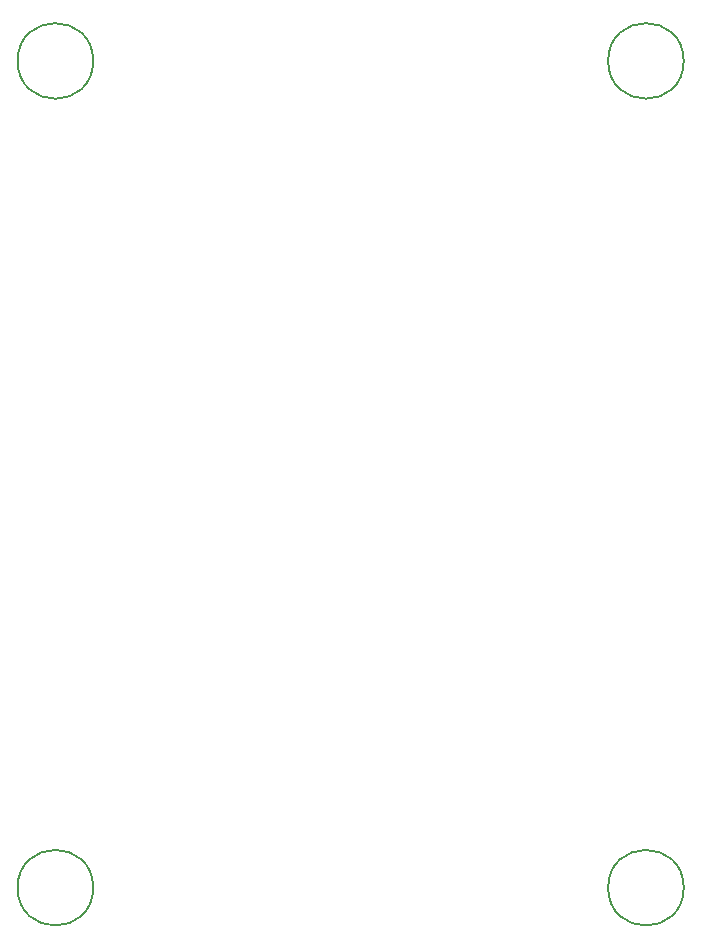
<source format=gbr>
%TF.GenerationSoftware,KiCad,Pcbnew,7.0.1-3b83917a11~172~ubuntu22.04.1*%
%TF.CreationDate,2023-03-21T01:48:30+08:00*%
%TF.ProjectId,PX Martix Board,5058204d-6172-4746-9978-20426f617264,rev?*%
%TF.SameCoordinates,Original*%
%TF.FileFunction,Other,Comment*%
%FSLAX46Y46*%
G04 Gerber Fmt 4.6, Leading zero omitted, Abs format (unit mm)*
G04 Created by KiCad (PCBNEW 7.0.1-3b83917a11~172~ubuntu22.04.1) date 2023-03-21 01:48:30*
%MOMM*%
%LPD*%
G01*
G04 APERTURE LIST*
%ADD10C,0.150000*%
G04 APERTURE END LIST*
D10*
%TO.C,M3*%
X160200000Y-44000000D02*
G75*
G03*
X160200000Y-44000000I-3200000J0D01*
G01*
X160200000Y-114000000D02*
G75*
G03*
X160200000Y-114000000I-3200000J0D01*
G01*
X110200000Y-44000000D02*
G75*
G03*
X110200000Y-44000000I-3200000J0D01*
G01*
X110200000Y-114000000D02*
G75*
G03*
X110200000Y-114000000I-3200000J0D01*
G01*
%TD*%
M02*

</source>
